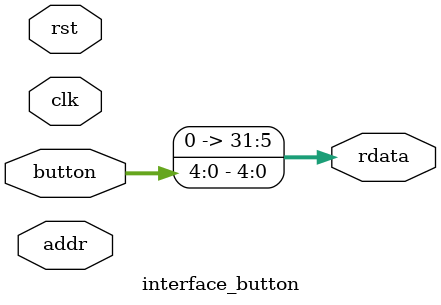
<source format=v>
`timescale 1ns/1ps

module interface_button (
    input wire rst,
    input wire clk,
    input wire [11:0] addr,
    input wire [4:0] button,
    output reg [31:0] rdata
);

always @(*) begin
    rdata = {27'b0, button};
end
    
endmodule
</source>
